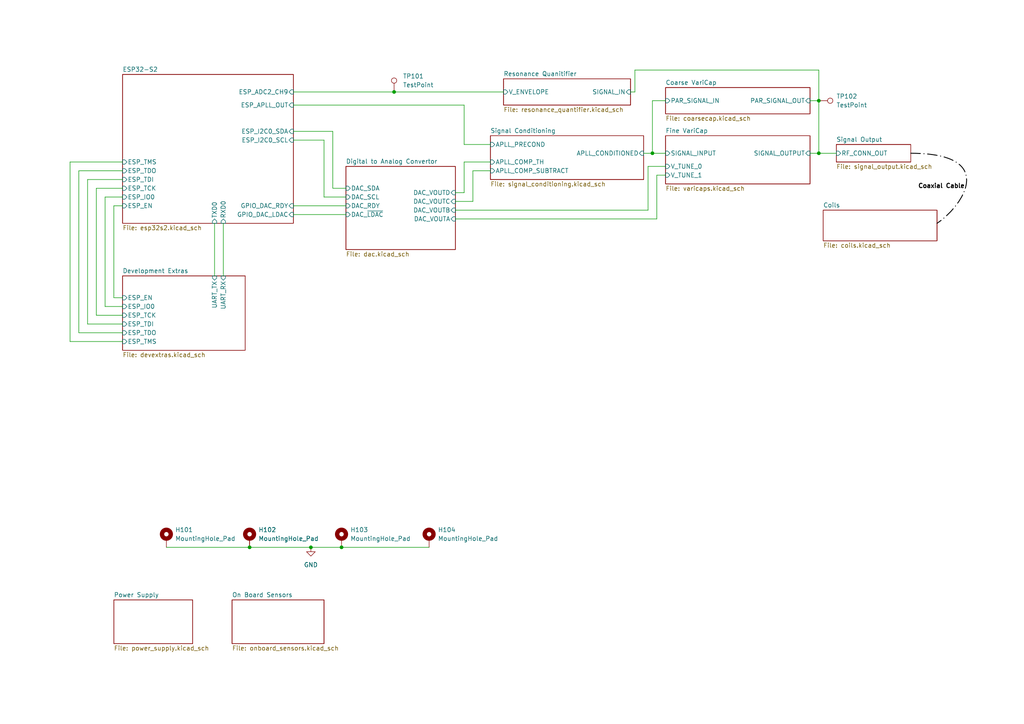
<source format=kicad_sch>
(kicad_sch (version 20250114) (generator "eeschema") (generator_version "9.0")
  (paper "A4")
  (title_block (title "OPTOGENETIC STIMULATOR HEAD UNIT OVERVIEW") (rev "0") (company "Integrated BioElectronics Laboratory @ NYU Abu Dhabi") (comment 1 "Schematic developed by Hamza Anver"))
  (lib_symbols
    (symbol "Connector:TestPoint" (pin_numbers (hide yes)) (pin_names (offset 0.762) (hide yes))
      (property "Reference" "TP" (at 0 6.858 0))
      (property "Value" "TestPoint" (at 0 5.08 0))
      (symbol "TestPoint_0_1"
        (circle (center 0 3.302) (radius 0.762))
      )
      (symbol "TestPoint_1_1"
        (pin passive line (at 0 0 90) (length 2.54) (name "1") (number "1"))
      )
    )
    (symbol "Mechanical:MountingHole_Pad" (pin_numbers (hide yes)) (pin_names (offset 1.016) (hide yes)) (exclude_from_sim yes) (in_bom no)
      (property "Reference" "H" (at 0 6.35 0))
      (property "Value" "MountingHole_Pad" (at 0 4.445 0))
      (symbol "MountingHole_Pad_0_1"
        (circle (center 0 1.27) (radius 1.27) (stroke (width 1.27)))
      )
      (symbol "MountingHole_Pad_1_1"
        (pin input line (at 0 -2.54 90) (length 2.54) (name "1") (number "1"))
      )
    )
    (symbol "power:GND" (power) (pin_numbers (hide yes)) (pin_names (offset 0) (hide yes))
      (property "Value" "GND" (at 0 -3.81 0))
      (symbol "GND_0_1"
        (polyline (pts (xy 0 0) (xy 0 -1.27) (xy 1.27 -1.27) (xy 0 -2.54) (xy -1.27 -1.27) (xy 0 -1.27)))
      )
      (symbol "GND_1_1"
        (pin power_in line (at 0 0 270) (length 0) (name "~") (number "1"))
      )
    )
  )
  (bezier (pts (xy 264.16 44.45) (xy 289.56 44.45) (xy 279.4 59.69) (xy 271.78 64.77)) (stroke (width 0.254) (type dash_dot) (color 0 0 0 1)))
  (text "Coaxial Cable\n" (at 273.05 54.102 0) (effects (font (size 1.27 1.27) (thickness 0.254) (bold yes))))
  (junction (at 72.39 158.75))
  (junction (at 99.06 158.75))
  (junction (at 237.49 44.45))
  (junction (at 114.3 26.67))
  (junction (at 189.23 44.45))
  (junction (at 90.17 158.75))
  (junction (at 237.49 29.21))
  (wire (pts (xy 85.09 30.48) (xy 134.62 30.48)))
  (wire (pts (xy 134.62 30.48) (xy 134.62 41.91)))
  (wire (pts (xy 237.49 29.21) (xy 234.95 29.21)))
  (wire (pts (xy 85.09 59.69) (xy 100.33 59.69)))
  (wire (pts (xy 20.32 46.99) (xy 20.32 99.06)))
  (wire (pts (xy 237.49 20.32) (xy 237.49 29.21)))
  (wire (pts (xy 184.15 26.67) (xy 182.88 26.67)))
  (wire (pts (xy 64.77 64.77) (xy 64.77 80.01)))
  (wire (pts (xy 35.56 54.61) (xy 27.94 54.61)))
  (wire (pts (xy 72.39 158.75) (xy 90.17 158.75)))
  (wire (pts (xy 114.3 26.67) (xy 146.05 26.67)))
  (wire (pts (xy 132.08 60.96) (xy 187.96 60.96)))
  (wire (pts (xy 134.62 46.99) (xy 142.24 46.99)))
  (wire (pts (xy 237.49 44.45) (xy 242.57 44.45)))
  (wire (pts (xy 234.95 44.45) (xy 237.49 44.45)))
  (wire (pts (xy 186.69 44.45) (xy 189.23 44.45)))
  (wire (pts (xy 85.09 62.23) (xy 100.33 62.23)))
  (wire (pts (xy 93.98 40.64) (xy 93.98 57.15)))
  (wire (pts (xy 85.09 38.1) (xy 96.52 38.1)))
  (wire (pts (xy 134.62 41.91) (xy 142.24 41.91)))
  (wire (pts (xy 184.15 20.32) (xy 184.15 26.67)))
  (wire (pts (xy 30.48 88.9) (xy 35.56 88.9)))
  (wire (pts (xy 96.52 38.1) (xy 96.52 54.61)))
  (wire (pts (xy 35.56 59.69) (xy 33.02 59.69)))
  (wire (pts (xy 27.94 54.61) (xy 27.94 91.44)))
  (wire (pts (xy 35.56 52.07) (xy 25.4 52.07)))
  (wire (pts (xy 25.4 52.07) (xy 25.4 93.98)))
  (wire (pts (xy 85.09 26.67) (xy 114.3 26.67)))
  (wire (pts (xy 62.23 64.77) (xy 62.23 80.01)))
  (wire (pts (xy 35.56 46.99) (xy 20.32 46.99)))
  (wire (pts (xy 193.04 50.8) (xy 190.5 50.8)))
  (wire (pts (xy 96.52 54.61) (xy 100.33 54.61)))
  (wire (pts (xy 48.26 158.75) (xy 72.39 158.75)))
  (wire (pts (xy 85.09 40.64) (xy 93.98 40.64)))
  (wire (pts (xy 93.98 57.15) (xy 100.33 57.15)))
  (wire (pts (xy 137.16 58.42) (xy 137.16 49.53)))
  (wire (pts (xy 190.5 63.5) (xy 132.08 63.5)))
  (wire (pts (xy 99.06 158.75) (xy 124.46 158.75)))
  (wire (pts (xy 90.17 158.75) (xy 99.06 158.75)))
  (wire (pts (xy 35.56 57.15) (xy 30.48 57.15)))
  (wire (pts (xy 33.02 59.69) (xy 33.02 86.36)))
  (wire (pts (xy 27.94 91.44) (xy 35.56 91.44)))
  (wire (pts (xy 22.86 96.52) (xy 35.56 96.52)))
  (wire (pts (xy 237.49 44.45) (xy 237.49 29.21)))
  (wire (pts (xy 187.96 48.26) (xy 193.04 48.26)))
  (wire (pts (xy 187.96 60.96) (xy 187.96 48.26)))
  (wire (pts (xy 137.16 49.53) (xy 142.24 49.53)))
  (wire (pts (xy 33.02 86.36) (xy 35.56 86.36)))
  (wire (pts (xy 22.86 49.53) (xy 22.86 96.52)))
  (wire (pts (xy 193.04 29.21) (xy 189.23 29.21)))
  (wire (pts (xy 30.48 57.15) (xy 30.48 88.9)))
  (wire (pts (xy 134.62 55.88) (xy 134.62 46.99)))
  (wire (pts (xy 25.4 93.98) (xy 35.56 93.98)))
  (wire (pts (xy 35.56 49.53) (xy 22.86 49.53)))
  (wire (pts (xy 132.08 55.88) (xy 134.62 55.88)))
  (wire (pts (xy 189.23 29.21) (xy 189.23 44.45)))
  (wire (pts (xy 190.5 50.8) (xy 190.5 63.5)))
  (wire (pts (xy 20.32 99.06) (xy 35.56 99.06)))
  (wire (pts (xy 237.49 20.32) (xy 184.15 20.32)))
  (wire (pts (xy 189.23 44.45) (xy 193.04 44.45)))
  (wire (pts (xy 132.08 58.42) (xy 137.16 58.42)))
  (symbol (lib_id "Mechanical:MountingHole_Pad") (at 72.39 156.21 0) (unit 1) (exclude_from_sim yes) (in_bom no)
    (property "Reference" "H102" (at 74.93 153.6699 0) (effects (justify left)))
    (property "Value" "MountingHole_Pad" (at 74.93 156.2099 0) (effects (justify left)))
    (property "Footprint" "MountingHole:MountingHole_2.2mm_M2_ISO14580_Pad_TopBottom" (effects (hide yes)))
    (property "Description" "Mounting Hole with connection" (effects (hide yes)))
  )
  (symbol (lib_id "Mechanical:MountingHole_Pad") (at 124.46 156.21 0) (unit 1) (exclude_from_sim yes) (in_bom no)
    (property "Reference" "H104" (at 127 153.6699 0) (effects (justify left)))
    (property "Value" "MountingHole_Pad" (at 127 156.2099 0) (effects (justify left)))
    (property "Footprint" "MountingHole:MountingHole_2.2mm_M2_ISO14580_Pad_TopBottom" (effects (hide yes)))
    (property "Description" "Mounting Hole with connection" (effects (hide yes)))
  )
  (symbol (lib_id "power:GND") (at 90.17 158.75 0) (unit 1)
    (property "Reference" "#PWR0101" (effects (hide yes)))
    (property "Value" "GND" (at 90.17 163.83 0))
    (property "Description" "Power symbol creates a global label with name \"GND\" , ground" (effects (hide yes)))
  )
  (symbol (lib_id "Connector:TestPoint") (at 114.3 26.67 0) (unit 1)
    (property "Reference" "TP101" (at 116.84 22.0979 0) (effects (justify left)))
    (property "Value" "TestPoint" (at 116.84 24.6379 0) (effects (justify left)))
    (property "Footprint" "TestPoint:TestPoint_Pad_1.0x1.0mm" (effects (hide yes)))
    (property "Description" "test point" (effects (hide yes)))
  )
  (symbol (lib_id "Mechanical:MountingHole_Pad") (at 99.06 156.21 0) (unit 1) (exclude_from_sim yes) (in_bom no)
    (property "Reference" "H103" (at 101.6 153.6699 0) (effects (justify left)))
    (property "Value" "MountingHole_Pad" (at 101.6 156.2099 0) (effects (justify left)))
    (property "Footprint" "MountingHole:MountingHole_2.2mm_M2_ISO14580_Pad_TopBottom" (effects (hide yes)))
    (property "Description" "Mounting Hole with connection" (effects (hide yes)))
  )
  (symbol (lib_id "Mechanical:MountingHole_Pad") (at 48.26 156.21 0) (unit 1) (exclude_from_sim yes) (in_bom no)
    (property "Reference" "H101" (at 50.8 153.6699 0) (effects (justify left)))
    (property "Value" "MountingHole_Pad" (at 50.8 156.2099 0) (effects (justify left)))
    (property "Footprint" "MountingHole:MountingHole_2.2mm_M2_ISO14580_Pad_TopBottom" (effects (hide yes)))
    (property "Description" "Mounting Hole with connection" (effects (hide yes)))
  )
  (symbol (lib_id "Connector:TestPoint") (at 237.49 29.21 270) (unit 1)
    (property "Reference" "TP102" (at 242.57 27.9399 90) (effects (justify left)))
    (property "Value" "TestPoint" (at 242.57 30.4799 90) (effects (justify left)))
    (property "Footprint" "TestPoint:TestPoint_Pad_1.0x1.0mm" (effects (hide yes)))
    (property "Description" "test point" (effects (hide yes)))
  )
  (sheet (at 238.76 60.96) (size 33.02 8.89) (stroke (width 0.1524))
    (property "Sheetname" "Coils" (at 238.76 60.2484 0) (effects (justify left bottom)))
    (property "Sheetfile" "coils.kicad_sch" (at 238.76 70.4346 0) (effects (justify left top)))
  )
  (sheet (at 35.56 80.01) (size 35.56 21.59) (stroke (width 0.1524))
    (property "Sheetname" "Development Extras" (at 35.56 79.2984 0) (effects (justify left bottom)))
    (property "Sheetfile" "devextras.kicad_sch" (at 35.56 102.1846 0) (effects (justify left top)))
    (pin "ESP_EN" input (at 35.56 86.36 180))
    (pin "ESP_IO0 " input (at 35.56 88.9 180))
    (pin "ESP_TCK" input (at 35.56 91.44 180))
    (pin "ESP_TDI" input (at 35.56 93.98 180))
    (pin "ESP_TDO" input (at 35.56 96.52 180))
    (pin "ESP_TMS" input (at 35.56 99.06 180))
    (pin "UART_RX" input (at 64.77 80.01 90))
    (pin "UART_TX" input (at 62.23 80.01 90))
  )
  (sheet (at 146.05 22.86) (size 36.83 7.62) (stroke (width 0.1524))
    (property "Sheetname" "Resonance Quanitifier" (at 146.05 22.1484 0) (effects (justify left bottom)))
    (property "Sheetfile" "resonance_quantifier.kicad_sch" (at 146.05 31.0646 0) (effects (justify left top)))
    (pin "V_ENVELOPE" input (at 146.05 26.67 180))
    (pin "SIGNAL_IN" input (at 182.88 26.67 0))
  )
  (sheet (at 100.33 48.26) (size 31.75 24.13) (stroke (width 0.1524))
    (property "Sheetname" "Digital to Analog Convertor" (at 100.33 47.5484 0) (effects (justify left bottom)))
    (property "Sheetfile" "dac.kicad_sch" (at 100.33 72.9746 0) (effects (justify left top)))
    (pin "DAC_RDY" input (at 100.33 59.69 180))
    (pin "DAC_SCL" input (at 100.33 57.15 180))
    (pin "DAC_SDA" input (at 100.33 54.61 180))
    (pin "DAC_VOUTC" input (at 132.08 58.42 0))
    (pin "DAC_VOUTB" input (at 132.08 60.96 0))
    (pin "DAC_VOUTD" input (at 132.08 55.88 0))
    (pin "DAC_~{LDAC}" input (at 100.33 62.23 180))
    (pin "DAC_VOUTA" input (at 132.08 63.5 0))
  )
  (sheet (at 142.24 39.37) (size 44.45 12.7) (stroke (width 0.1524))
    (property "Sheetname" "Signal Conditioning" (at 142.24 38.6584 0) (effects (justify left bottom)))
    (property "Sheetfile" "signal_conditioning.kicad_sch" (at 142.24 52.6546 0) (effects (justify left top)))
    (pin "APLL_COMP_TH" input (at 142.24 46.99 180))
    (pin "APLL_COMP_SUBTRACT" input (at 142.24 49.53 180))
    (pin "APLL_PRECOND" input (at 142.24 41.91 180))
    (pin "APLL_CONDITIONED" input (at 186.69 44.45 0))
  )
  (sheet (at 193.04 39.37) (size 41.91 13.97) (stroke (width 0.1524))
    (property "Sheetname" "Fine VariCap" (at 193.04 38.6584 0) (effects (justify left bottom)))
    (property "Sheetfile" "varicaps.kicad_sch" (at 193.04 53.9246 0) (effects (justify left top)))
    (pin "SIGNAL_INPUT" input (at 193.04 44.45 180))
    (pin "SIGNAL_OUTPUT" input (at 234.95 44.45 0))
    (pin "V_TUNE_0" input (at 193.04 48.26 180))
    (pin "V_TUNE_1" input (at 193.04 50.8 180))
  )
  (sheet (at 242.57 41.91) (size 21.59 5.08) (stroke (width 0.1524))
    (property "Sheetname" "Signal Output" (at 242.57 41.1984 0) (effects (justify left bottom)))
    (property "Sheetfile" "signal_output.kicad_sch" (at 242.57 47.5746 0) (effects (justify left top)))
    (pin "RF_CONN_OUT" input (at 242.57 44.45 180))
  )
  (sheet (at 33.02 173.99) (size 22.86 12.7) (stroke (width 0.1524))
    (property "Sheetname" "Power Supply" (at 33.02 173.2784 0) (effects (justify left bottom)))
    (property "Sheetfile" "power_supply.kicad_sch" (at 33.02 187.2746 0) (effects (justify left top)))
  )
  (sheet (at 35.56 21.59) (size 49.53 43.18) (stroke (width 0.1524))
    (property "Sheetname" "ESP32-S2" (at 35.56 20.8784 0) (effects (justify left bottom)))
    (property "Sheetfile" "esp32s2.kicad_sch" (at 35.56 65.3546 0) (effects (justify left top)))
    (pin "ESP_APLL_OUT" input (at 85.09 30.48 0))
    (pin "ESP_ADC2_CH9" input (at 85.09 26.67 0))
    (pin "ESP_I2C0_SCL" input (at 85.09 40.64 0))
    (pin "ESP_I2C0_SDA" input (at 85.09 38.1 0))
    (pin "ESP_TCK" input (at 35.56 54.61 180))
    (pin "ESP_TDI" input (at 35.56 52.07 180))
    (pin "ESP_TDO" input (at 35.56 49.53 180))
    (pin "ESP_TMS" input (at 35.56 46.99 180))
    (pin "GPIO_DAC_RDY" input (at 85.09 59.69 0))
    (pin "RXD0" input (at 64.77 64.77 270))
    (pin "TXD0" input (at 62.23 64.77 270))
    (pin "ESP_EN" input (at 35.56 59.69 180))
    (pin "ESP_IO0" input (at 35.56 57.15 180))
    (pin "GPIO_DAC_LDAC" input (at 85.09 62.23 0))
  )
  (sheet (at 193.04 25.4) (size 41.91 7.62) (stroke (width 0.1524))
    (property "Sheetname" "Coarse VariCap" (at 193.04 24.6884 0) (effects (justify left bottom)))
    (property "Sheetfile" "coarsecap.kicad_sch" (at 193.04 33.6046 0) (effects (justify left top)))
    (pin "PAR_SIGNAL_OUT" input (at 234.95 29.21 0))
    (pin "PAR_SIGNAL_IN" input (at 193.04 29.21 180))
  )
  (sheet (at 67.31 173.99) (size 26.67 12.7) (stroke (width 0.1524))
    (property "Sheetname" "On Board Sensors" (at 67.31 173.2784 0) (effects (justify left bottom)))
    (property "Sheetfile" "onboard_sensors.kicad_sch" (at 67.31 187.2746 0) (effects (justify left top)))
  )
)
</source>
